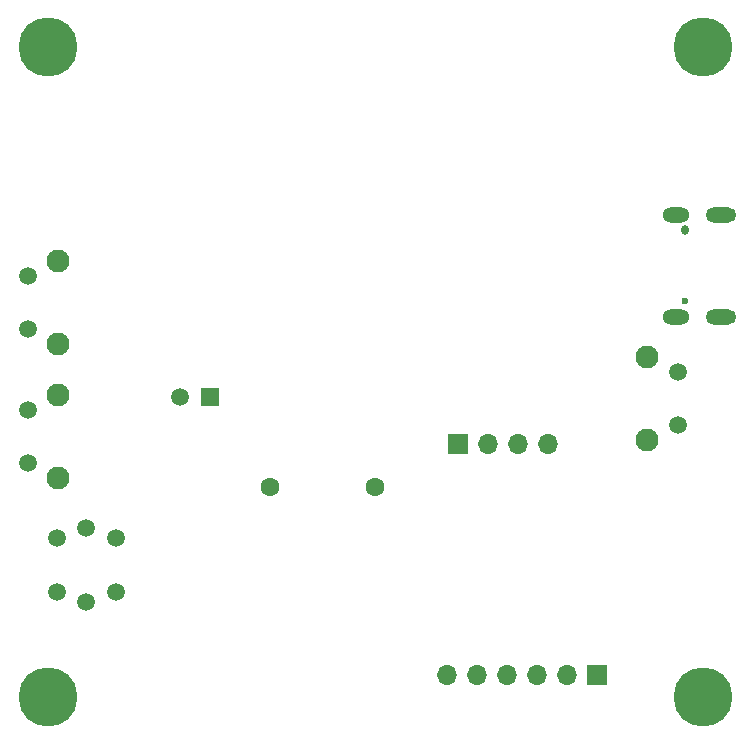
<source format=gbr>
%TF.GenerationSoftware,KiCad,Pcbnew,8.0.3*%
%TF.CreationDate,2024-07-18T14:45:25+02:00*%
%TF.ProjectId,usb-pd-mch-hotplate,7573622d-7064-42d6-9d63-682d686f7470,rev?*%
%TF.SameCoordinates,Original*%
%TF.FileFunction,Soldermask,Bot*%
%TF.FilePolarity,Negative*%
%FSLAX46Y46*%
G04 Gerber Fmt 4.6, Leading zero omitted, Abs format (unit mm)*
G04 Created by KiCad (PCBNEW 8.0.3) date 2024-07-18 14:45:25*
%MOMM*%
%LPD*%
G01*
G04 APERTURE LIST*
%ADD10R,1.700000X1.700000*%
%ADD11O,1.700000X1.700000*%
%ADD12C,0.800000*%
%ADD13C,5.000000*%
%ADD14C,1.500000*%
%ADD15C,1.950000*%
%ADD16R,1.500000X1.500000*%
%ADD17C,0.600000*%
%ADD18O,0.600000X0.850000*%
%ADD19O,2.300000X1.300000*%
%ADD20O,2.600000X1.300000*%
%ADD21C,1.600000*%
G04 APERTURE END LIST*
D10*
%TO.C,J4*%
X160100000Y-116800000D03*
D11*
X157560000Y-116800000D03*
X155020000Y-116800000D03*
X152480000Y-116800000D03*
X149940000Y-116800000D03*
X147400000Y-116800000D03*
%TD*%
D12*
%TO.C,H3*%
X111725000Y-118600000D03*
X112274175Y-117274175D03*
X112274175Y-119925825D03*
X113600000Y-116725000D03*
D13*
X113600000Y-118600000D03*
D12*
X113600000Y-120475000D03*
X114925825Y-117274175D03*
X114925825Y-119925825D03*
X115475000Y-118600000D03*
%TD*%
%TO.C,H1*%
X167225000Y-63600000D03*
X167774175Y-62274175D03*
X167774175Y-64925825D03*
X169100000Y-61725000D03*
D13*
X169100000Y-63600000D03*
D12*
X169100000Y-65475000D03*
X170425825Y-62274175D03*
X170425825Y-64925825D03*
X170975000Y-63600000D03*
%TD*%
%TO.C,H4*%
X167225000Y-118600000D03*
X167774175Y-117274175D03*
X167774175Y-119925825D03*
X169100000Y-116725000D03*
D13*
X169100000Y-118600000D03*
D12*
X169100000Y-120475000D03*
X170425825Y-117274175D03*
X170425825Y-119925825D03*
X170975000Y-118600000D03*
%TD*%
D14*
%TO.C,BTN_UP*%
X111950000Y-82950000D03*
X111950000Y-87450000D03*
D15*
X114500000Y-81700000D03*
X114500000Y-88700000D03*
%TD*%
D14*
%TO.C,BTN_STARTSTOP*%
X114400000Y-105200000D03*
X119400000Y-105200000D03*
X114400000Y-109700000D03*
X119400000Y-109700000D03*
X116900000Y-104300000D03*
X116900000Y-110600000D03*
%TD*%
%TO.C,RESET*%
X166940000Y-95600000D03*
X166940000Y-91100000D03*
D15*
X164390000Y-96850000D03*
X164390000Y-89850000D03*
%TD*%
D16*
%TO.C,J6*%
X127400000Y-93200000D03*
D14*
X124860000Y-93200000D03*
%TD*%
D12*
%TO.C,H2*%
X111725000Y-63600000D03*
X112274175Y-62274175D03*
X112274175Y-64925825D03*
X113600000Y-61725000D03*
D13*
X113600000Y-63600000D03*
D12*
X113600000Y-65475000D03*
X114925825Y-62274175D03*
X114925825Y-64925825D03*
X115475000Y-63600000D03*
%TD*%
D17*
%TO.C,J2*%
X167550000Y-85100000D03*
D18*
X167550000Y-79100000D03*
D19*
X166825000Y-86420000D03*
D20*
X170650000Y-86420000D03*
D19*
X166825000Y-77780000D03*
D20*
X170650000Y-77780000D03*
%TD*%
D21*
%TO.C,J1*%
X141320000Y-100850000D03*
X132480000Y-100850000D03*
%TD*%
D10*
%TO.C,J8*%
X148320000Y-97200000D03*
D11*
X150860000Y-97200000D03*
X153400000Y-97200000D03*
X155940000Y-97200000D03*
%TD*%
D14*
%TO.C,BTN_DOWN*%
X111950000Y-94300000D03*
X111950000Y-98800000D03*
D15*
X114500000Y-93050000D03*
X114500000Y-100050000D03*
%TD*%
M02*

</source>
